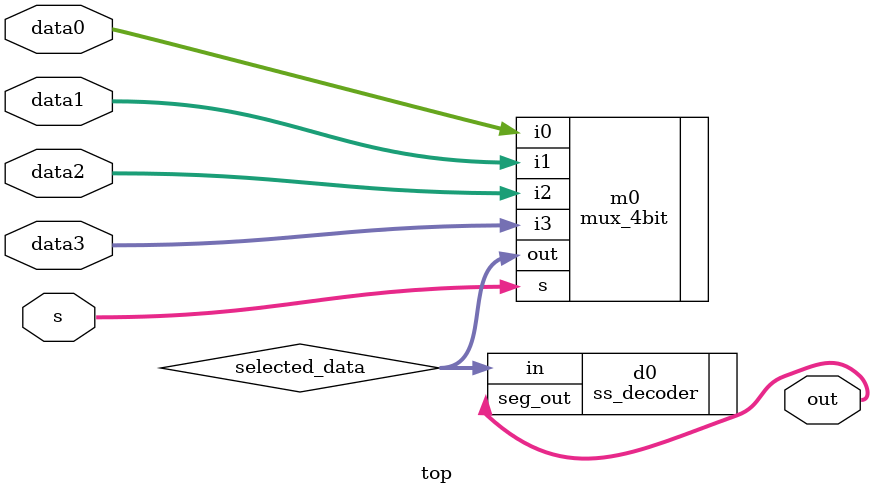
<source format=v>
module top(
    input [3:0] data0, data1, data2, data3,
    input [1:0] s,
    output [6:0] out
);
wire [3:0] selected_data;

mux_4bit m0( 
.out(selected_data),
.i0(data0),
.i1(data1),
.i2(data2),
.i3(data3),
.s(s)
);

ss_decoder d0(
.in(selected_data), 
.seg_out(out)
);
endmodule
</source>
